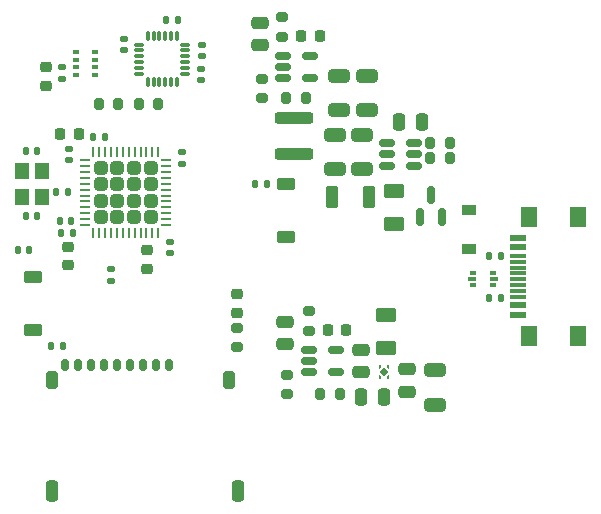
<source format=gbr>
%TF.GenerationSoftware,KiCad,Pcbnew,(6.0.7)*%
%TF.CreationDate,2022-09-11T16:04:50-07:00*%
%TF.ProjectId,All-in-one,416c6c2d-696e-42d6-9f6e-652e6b696361,rev?*%
%TF.SameCoordinates,Original*%
%TF.FileFunction,Paste,Top*%
%TF.FilePolarity,Positive*%
%FSLAX46Y46*%
G04 Gerber Fmt 4.6, Leading zero omitted, Abs format (unit mm)*
G04 Created by KiCad (PCBNEW (6.0.7)) date 2022-09-11 16:04:50*
%MOMM*%
%LPD*%
G01*
G04 APERTURE LIST*
G04 Aperture macros list*
%AMRoundRect*
0 Rectangle with rounded corners*
0 $1 Rounding radius*
0 $2 $3 $4 $5 $6 $7 $8 $9 X,Y pos of 4 corners*
0 Add a 4 corners polygon primitive as box body*
4,1,4,$2,$3,$4,$5,$6,$7,$8,$9,$2,$3,0*
0 Add four circle primitives for the rounded corners*
1,1,$1+$1,$2,$3*
1,1,$1+$1,$4,$5*
1,1,$1+$1,$6,$7*
1,1,$1+$1,$8,$9*
0 Add four rect primitives between the rounded corners*
20,1,$1+$1,$2,$3,$4,$5,0*
20,1,$1+$1,$4,$5,$6,$7,0*
20,1,$1+$1,$6,$7,$8,$9,0*
20,1,$1+$1,$8,$9,$2,$3,0*%
%AMRotRect*
0 Rectangle, with rotation*
0 The origin of the aperture is its center*
0 $1 length*
0 $2 width*
0 $3 Rotation angle, in degrees counterclockwise*
0 Add horizontal line*
21,1,$1,$2,0,0,$3*%
%AMFreePoly0*
4,1,5,0.110000,-0.125000,-0.110000,-0.125000,-0.110000,0.125000,0.360000,0.125000,0.110000,-0.125000,0.110000,-0.125000,$1*%
%AMFreePoly1*
4,1,6,0.290000,-0.055000,0.290000,-0.125000,-0.110000,-0.125000,-0.110000,0.125000,0.110000,0.125000,0.290000,-0.055000,0.290000,-0.055000,$1*%
%AMFreePoly2*
4,1,6,0.110000,-0.125000,-0.290000,-0.125000,-0.290000,-0.055000,-0.110000,0.125000,0.110000,0.125000,0.110000,-0.125000,0.110000,-0.125000,$1*%
%AMFreePoly3*
4,1,6,0.110000,-0.125000,-0.110000,-0.125000,-0.290000,0.055000,-0.290000,0.125000,0.110000,0.125000,0.110000,-0.125000,0.110000,-0.125000,$1*%
G04 Aperture macros list end*
%ADD10RoundRect,0.150000X-0.512500X-0.150000X0.512500X-0.150000X0.512500X0.150000X-0.512500X0.150000X0*%
%ADD11RoundRect,0.250000X0.650000X-0.325000X0.650000X0.325000X-0.650000X0.325000X-0.650000X-0.325000X0*%
%ADD12R,1.200000X1.400000*%
%ADD13R,0.500000X0.375000*%
%ADD14R,0.650000X0.300000*%
%ADD15RoundRect,0.250000X0.275000X0.700000X-0.275000X0.700000X-0.275000X-0.700000X0.275000X-0.700000X0*%
%ADD16RoundRect,0.200000X0.200000X0.275000X-0.200000X0.275000X-0.200000X-0.275000X0.200000X-0.275000X0*%
%ADD17RoundRect,0.135000X0.135000X0.185000X-0.135000X0.185000X-0.135000X-0.185000X0.135000X-0.185000X0*%
%ADD18RoundRect,0.200000X-0.200000X-0.275000X0.200000X-0.275000X0.200000X0.275000X-0.200000X0.275000X0*%
%ADD19RoundRect,0.218750X-0.218750X-0.256250X0.218750X-0.256250X0.218750X0.256250X-0.218750X0.256250X0*%
%ADD20RoundRect,0.262500X0.537500X-0.262500X0.537500X0.262500X-0.537500X0.262500X-0.537500X-0.262500X0*%
%ADD21RoundRect,0.140000X-0.170000X0.140000X-0.170000X-0.140000X0.170000X-0.140000X0.170000X0.140000X0*%
%ADD22RoundRect,0.135000X-0.185000X0.135000X-0.185000X-0.135000X0.185000X-0.135000X0.185000X0.135000X0*%
%ADD23RoundRect,0.250000X-0.250000X-0.475000X0.250000X-0.475000X0.250000X0.475000X-0.250000X0.475000X0*%
%ADD24RoundRect,0.140000X0.170000X-0.140000X0.170000X0.140000X-0.170000X0.140000X-0.170000X-0.140000X0*%
%ADD25RoundRect,0.140000X-0.140000X-0.170000X0.140000X-0.170000X0.140000X0.170000X-0.140000X0.170000X0*%
%ADD26RoundRect,0.150000X0.150000X-0.587500X0.150000X0.587500X-0.150000X0.587500X-0.150000X-0.587500X0*%
%ADD27RoundRect,0.147500X-0.147500X-0.172500X0.147500X-0.172500X0.147500X0.172500X-0.147500X0.172500X0*%
%ADD28RoundRect,0.250000X-0.475000X0.250000X-0.475000X-0.250000X0.475000X-0.250000X0.475000X0.250000X0*%
%ADD29RoundRect,0.250000X-0.650000X0.325000X-0.650000X-0.325000X0.650000X-0.325000X0.650000X0.325000X0*%
%ADD30RoundRect,0.250000X0.625000X-0.375000X0.625000X0.375000X-0.625000X0.375000X-0.625000X-0.375000X0*%
%ADD31FreePoly0,90.000000*%
%ADD32FreePoly1,90.000000*%
%ADD33FreePoly2,90.000000*%
%ADD34FreePoly3,90.000000*%
%ADD35RotRect,0.480000X0.480000X135.000000*%
%ADD36RoundRect,0.075000X0.075000X-0.350000X0.075000X0.350000X-0.075000X0.350000X-0.075000X-0.350000X0*%
%ADD37RoundRect,0.075000X0.350000X0.075000X-0.350000X0.075000X-0.350000X-0.075000X0.350000X-0.075000X0*%
%ADD38RoundRect,0.225000X0.225000X0.250000X-0.225000X0.250000X-0.225000X-0.250000X0.225000X-0.250000X0*%
%ADD39RoundRect,0.200000X-0.275000X0.200000X-0.275000X-0.200000X0.275000X-0.200000X0.275000X0.200000X0*%
%ADD40RoundRect,0.225000X-0.250000X0.225000X-0.250000X-0.225000X0.250000X-0.225000X0.250000X0.225000X0*%
%ADD41R,1.450000X0.600000*%
%ADD42R,1.450000X0.300000*%
%ADD43R,1.450000X1.800000*%
%ADD44RoundRect,0.237500X-1.412500X0.237500X-1.412500X-0.237500X1.412500X-0.237500X1.412500X0.237500X0*%
%ADD45RoundRect,0.140000X0.140000X0.170000X-0.140000X0.170000X-0.140000X-0.170000X0.140000X-0.170000X0*%
%ADD46R,0.500000X0.350000*%
%ADD47RoundRect,0.175000X-0.175000X-0.325000X0.175000X-0.325000X0.175000X0.325000X-0.175000X0.325000X0*%
%ADD48RoundRect,0.250000X-0.250000X-0.500000X0.250000X-0.500000X0.250000X0.500000X-0.250000X0.500000X0*%
%ADD49RoundRect,0.250000X-0.250000X-0.650000X0.250000X-0.650000X0.250000X0.650000X-0.250000X0.650000X0*%
%ADD50RoundRect,0.200000X0.275000X-0.200000X0.275000X0.200000X-0.275000X0.200000X-0.275000X-0.200000X0*%
%ADD51RoundRect,0.218750X0.256250X-0.218750X0.256250X0.218750X-0.256250X0.218750X-0.256250X-0.218750X0*%
%ADD52RoundRect,0.250000X-0.625000X0.375000X-0.625000X-0.375000X0.625000X-0.375000X0.625000X0.375000X0*%
%ADD53R,1.200000X0.900000*%
%ADD54RoundRect,0.250000X-0.315000X-0.315000X0.315000X-0.315000X0.315000X0.315000X-0.315000X0.315000X0*%
%ADD55RoundRect,0.062500X-0.375000X-0.062500X0.375000X-0.062500X0.375000X0.062500X-0.375000X0.062500X0*%
%ADD56RoundRect,0.062500X-0.062500X-0.375000X0.062500X-0.375000X0.062500X0.375000X-0.062500X0.375000X0*%
G04 APERTURE END LIST*
D10*
%TO.C,U7*%
X57012500Y-54650000D03*
X57012500Y-55600000D03*
X57012500Y-56550000D03*
X59287500Y-56550000D03*
X59287500Y-54650000D03*
%TD*%
D11*
%TO.C,C2*%
X61500000Y-39375000D03*
X61500000Y-36425000D03*
%TD*%
D12*
%TO.C,Y1*%
X32650000Y-39500000D03*
X32650000Y-41700000D03*
X34350000Y-41700000D03*
X34350000Y-39500000D03*
%TD*%
D13*
%TO.C,U6*%
X72600000Y-49197500D03*
D14*
X72675000Y-48660000D03*
D13*
X72600000Y-48122500D03*
X70900000Y-48122500D03*
D14*
X70825000Y-48660000D03*
D13*
X70900000Y-49197500D03*
%TD*%
D15*
%TO.C,FB1*%
X62075000Y-41700000D03*
X58925000Y-41700000D03*
%TD*%
D16*
%TO.C,R1*%
X68925000Y-37100000D03*
X67275000Y-37100000D03*
%TD*%
D17*
%TO.C,R10*%
X36610000Y-41300000D03*
X35590000Y-41300000D03*
%TD*%
D18*
%TO.C,R14*%
X42575000Y-33800000D03*
X44225000Y-33800000D03*
%TD*%
D10*
%TO.C,U8*%
X54762500Y-29750000D03*
X54762500Y-30700000D03*
X54762500Y-31650000D03*
X57037500Y-31650000D03*
X57037500Y-29750000D03*
%TD*%
D19*
%TO.C,D2*%
X58562500Y-53000000D03*
X60137500Y-53000000D03*
%TD*%
D20*
%TO.C,SW2*%
X33600000Y-52925000D03*
X33600000Y-48475000D03*
%TD*%
D21*
%TO.C,C15*%
X46200000Y-37920000D03*
X46200000Y-38880000D03*
%TD*%
D22*
%TO.C,R12*%
X40190000Y-47800000D03*
X40190000Y-48820000D03*
%TD*%
D17*
%TO.C,R15*%
X36190000Y-54300000D03*
X35170000Y-54300000D03*
%TD*%
%TO.C,R9*%
X53410000Y-40600000D03*
X52390000Y-40600000D03*
%TD*%
D23*
%TO.C,C8*%
X61400000Y-58600000D03*
X63300000Y-58600000D03*
%TD*%
D24*
%TO.C,C24*%
X47900000Y-29780000D03*
X47900000Y-28820000D03*
%TD*%
D23*
%TO.C,C3*%
X64650000Y-35350000D03*
X66550000Y-35350000D03*
%TD*%
D25*
%TO.C,C17*%
X32990000Y-37800000D03*
X33950000Y-37800000D03*
%TD*%
D19*
%TO.C,D3*%
X56312500Y-28100000D03*
X57887500Y-28100000D03*
%TD*%
D26*
%TO.C,Q1*%
X66350000Y-43437500D03*
X68250000Y-43437500D03*
X67300000Y-41562500D03*
%TD*%
D27*
%TO.C,L2*%
X36015000Y-44750000D03*
X36985000Y-44750000D03*
%TD*%
D28*
%TO.C,C26*%
X61350000Y-54650000D03*
X61350000Y-56550000D03*
%TD*%
D29*
%TO.C,C5*%
X61900000Y-31425000D03*
X61900000Y-34375000D03*
%TD*%
D20*
%TO.C,SW3*%
X55000000Y-45075000D03*
X55000000Y-40625000D03*
%TD*%
D30*
%TO.C,F1*%
X64200000Y-44000000D03*
X64200000Y-41200000D03*
%TD*%
D31*
%TO.C,U2*%
X63025000Y-57070000D03*
D32*
X63675000Y-57070000D03*
D33*
X63675000Y-55990000D03*
D34*
X63025000Y-55990000D03*
D35*
X63350000Y-56530000D03*
%TD*%
D16*
%TO.C,R2*%
X68925000Y-38400000D03*
X67275000Y-38400000D03*
%TD*%
D36*
%TO.C,U5*%
X43325000Y-32000000D03*
X43825000Y-32000000D03*
X44325000Y-32000000D03*
X44825000Y-32000000D03*
X45325000Y-32000000D03*
X45825000Y-32000000D03*
D37*
X46525000Y-31300000D03*
X46525000Y-30800000D03*
X46525000Y-30300000D03*
X46525000Y-29800000D03*
X46525000Y-29300000D03*
X46525000Y-28800000D03*
D36*
X45825000Y-28100000D03*
X45325000Y-28100000D03*
X44825000Y-28100000D03*
X44325000Y-28100000D03*
X43825000Y-28100000D03*
X43325000Y-28100000D03*
D37*
X42625000Y-28800000D03*
X42625000Y-29300000D03*
X42625000Y-29800000D03*
X42625000Y-30300000D03*
X42625000Y-30800000D03*
X42625000Y-31300000D03*
%TD*%
D38*
%TO.C,C12*%
X37475000Y-36400000D03*
X35925000Y-36400000D03*
%TD*%
D28*
%TO.C,C7*%
X65250000Y-56300000D03*
X65250000Y-58200000D03*
%TD*%
D39*
%TO.C,R3*%
X56950000Y-51375000D03*
X56950000Y-53025000D03*
%TD*%
D28*
%TO.C,C27*%
X54950000Y-52250000D03*
X54950000Y-54150000D03*
%TD*%
D40*
%TO.C,C19*%
X43300000Y-46225000D03*
X43300000Y-47775000D03*
%TD*%
D21*
%TO.C,C14*%
X45200000Y-45520000D03*
X45200000Y-46480000D03*
%TD*%
D25*
%TO.C,C16*%
X38720000Y-36600000D03*
X39680000Y-36600000D03*
%TD*%
D40*
%TO.C,C20*%
X34700000Y-30725000D03*
X34700000Y-32275000D03*
%TD*%
%TO.C,C10*%
X36600000Y-45925000D03*
X36600000Y-47475000D03*
%TD*%
D41*
%TO.C,J4*%
X74700000Y-51655000D03*
X74700000Y-45205000D03*
X74700000Y-50880000D03*
D42*
X74700000Y-50180000D03*
X74700000Y-48680000D03*
X74700000Y-47680000D03*
X74700000Y-46680000D03*
D41*
X74700000Y-45980000D03*
D42*
X74700000Y-47180000D03*
X74700000Y-48180000D03*
X74700000Y-49180000D03*
X74700000Y-49680000D03*
D43*
X79795000Y-53500000D03*
X79795000Y-43360000D03*
X75615000Y-53500000D03*
X75615000Y-43360000D03*
%TD*%
D16*
%TO.C,R13*%
X40825000Y-33800000D03*
X39175000Y-33800000D03*
%TD*%
D21*
%TO.C,C21*%
X36100000Y-30720000D03*
X36100000Y-31680000D03*
%TD*%
D44*
%TO.C,L1*%
X55700000Y-38075000D03*
X55700000Y-35025000D03*
%TD*%
D45*
%TO.C,C23*%
X45880000Y-26700000D03*
X44920000Y-26700000D03*
%TD*%
D46*
%TO.C,U4*%
X38900000Y-29425000D03*
X38900000Y-30075000D03*
X38900000Y-30725000D03*
X38900000Y-31375000D03*
X37300000Y-31375000D03*
X37300000Y-30725000D03*
X37300000Y-30075000D03*
X37300000Y-29425000D03*
%TD*%
D47*
%TO.C,J3*%
X45140000Y-55923637D03*
X44040000Y-55907879D03*
X42940000Y-55892121D03*
X41840000Y-55907879D03*
X40740000Y-55907879D03*
X39640000Y-55907879D03*
X38540000Y-55907879D03*
X37440000Y-55907879D03*
X36340000Y-55907879D03*
D48*
X35240000Y-57157879D03*
D49*
X50960000Y-66607879D03*
X35240000Y-66607879D03*
D48*
X50190000Y-57157879D03*
%TD*%
D50*
%TO.C,R5*%
X55150000Y-58425000D03*
X55150000Y-56775000D03*
%TD*%
D21*
%TO.C,C22*%
X47850000Y-30840000D03*
X47850000Y-31800000D03*
%TD*%
D29*
%TO.C,C6*%
X67650000Y-56325000D03*
X67650000Y-59275000D03*
%TD*%
D17*
%TO.C,R17*%
X73260000Y-50240000D03*
X72240000Y-50240000D03*
%TD*%
D51*
%TO.C,D4*%
X50900000Y-51487500D03*
X50900000Y-49912500D03*
%TD*%
D28*
%TO.C,C28*%
X52800000Y-26950000D03*
X52800000Y-28850000D03*
%TD*%
D52*
%TO.C,F2*%
X63550000Y-51700000D03*
X63550000Y-54500000D03*
%TD*%
D29*
%TO.C,C4*%
X59500000Y-31425000D03*
X59500000Y-34375000D03*
%TD*%
D10*
%TO.C,U1*%
X63562500Y-37150000D03*
X63562500Y-38100000D03*
X63562500Y-39050000D03*
X65837500Y-39050000D03*
X65837500Y-38100000D03*
X65837500Y-37150000D03*
%TD*%
D45*
%TO.C,C11*%
X36880000Y-43700000D03*
X35920000Y-43700000D03*
%TD*%
D18*
%TO.C,R4*%
X57925000Y-58400000D03*
X59575000Y-58400000D03*
%TD*%
D45*
%TO.C,C18*%
X33980000Y-43300000D03*
X33020000Y-43300000D03*
%TD*%
D24*
%TO.C,C25*%
X41300000Y-29280000D03*
X41300000Y-28320000D03*
%TD*%
D18*
%TO.C,R7*%
X55075000Y-33300000D03*
X56725000Y-33300000D03*
%TD*%
D50*
%TO.C,R8*%
X53000000Y-33325000D03*
X53000000Y-31675000D03*
%TD*%
D17*
%TO.C,R16*%
X73240000Y-46730000D03*
X72220000Y-46730000D03*
%TD*%
D53*
%TO.C,D1*%
X70575000Y-42780000D03*
X70575000Y-46080000D03*
%TD*%
D39*
%TO.C,R6*%
X54700000Y-26475000D03*
X54700000Y-28125000D03*
%TD*%
%TO.C,R11*%
X50900000Y-52775000D03*
X50900000Y-54425000D03*
%TD*%
D11*
%TO.C,C1*%
X59200000Y-39375000D03*
X59200000Y-36425000D03*
%TD*%
D25*
%TO.C,C9*%
X32320000Y-46200000D03*
X33280000Y-46200000D03*
%TD*%
D24*
%TO.C,C13*%
X36700000Y-38590000D03*
X36700000Y-37630000D03*
%TD*%
D54*
%TO.C,U3*%
X40775000Y-39230000D03*
X40775000Y-40630000D03*
X42175000Y-40630000D03*
X39375000Y-39230000D03*
X40775000Y-42030000D03*
X43575000Y-39230000D03*
X42175000Y-39230000D03*
X39375000Y-40630000D03*
X43575000Y-43430000D03*
X43575000Y-42030000D03*
X39375000Y-42030000D03*
X43575000Y-40630000D03*
X42175000Y-43430000D03*
X39375000Y-43430000D03*
X40775000Y-43430000D03*
X42175000Y-42030000D03*
D55*
X38037500Y-38580000D03*
X38037500Y-39080000D03*
X38037500Y-39580000D03*
X38037500Y-40080000D03*
X38037500Y-40580000D03*
X38037500Y-41080000D03*
X38037500Y-41580000D03*
X38037500Y-42080000D03*
X38037500Y-42580000D03*
X38037500Y-43080000D03*
X38037500Y-43580000D03*
X38037500Y-44080000D03*
D56*
X38725000Y-44767500D03*
X39225000Y-44767500D03*
X39725000Y-44767500D03*
X40225000Y-44767500D03*
X40725000Y-44767500D03*
X41225000Y-44767500D03*
X41725000Y-44767500D03*
X42225000Y-44767500D03*
X42725000Y-44767500D03*
X43225000Y-44767500D03*
X43725000Y-44767500D03*
X44225000Y-44767500D03*
D55*
X44912500Y-44080000D03*
X44912500Y-43580000D03*
X44912500Y-43080000D03*
X44912500Y-42580000D03*
X44912500Y-42080000D03*
X44912500Y-41580000D03*
X44912500Y-41080000D03*
X44912500Y-40580000D03*
X44912500Y-40080000D03*
X44912500Y-39580000D03*
X44912500Y-39080000D03*
X44912500Y-38580000D03*
D56*
X44225000Y-37892500D03*
X43725000Y-37892500D03*
X43225000Y-37892500D03*
X42725000Y-37892500D03*
X42225000Y-37892500D03*
X41725000Y-37892500D03*
X41225000Y-37892500D03*
X40725000Y-37892500D03*
X40225000Y-37892500D03*
X39725000Y-37892500D03*
X39225000Y-37892500D03*
X38725000Y-37892500D03*
%TD*%
M02*

</source>
